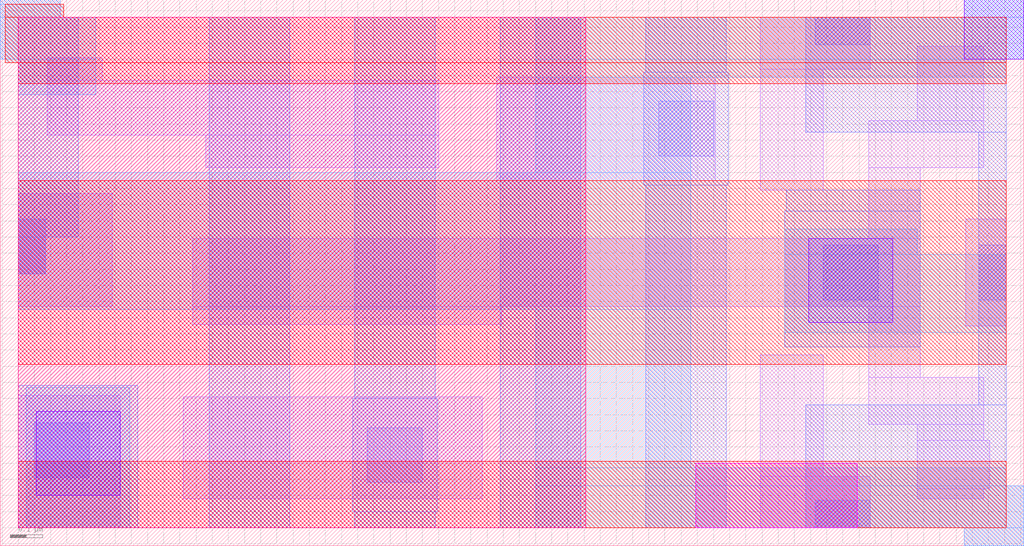
<source format=lef>
# Copyright 2020 The SkyWater PDK Authors
#
# Licensed under the Apache License, Version 2.0 (the "License");
# you may not use this file except in compliance with the License.
# You may obtain a copy of the License at
#
#     https://www.apache.org/licenses/LICENSE-2.0
#
# Unless required by applicable law or agreed to in writing, software
# distributed under the License is distributed on an "AS IS" BASIS,
# WITHOUT WARRANTIES OR CONDITIONS OF ANY KIND, either express or implied.
# See the License for the specific language governing permissions and
# limitations under the License.
#
# SPDX-License-Identifier: Apache-2.0

VERSION 5.7 ;
  NOWIREEXTENSIONATPIN ON ;
  DIVIDERCHAR "/" ;
  BUSBITCHARS "[]" ;
MACRO sky130_fd_bd_sram__sram_dp_swldrv_opt2ai
  CLASS BLOCK ;
  FOREIGN sky130_fd_bd_sram__sram_dp_swldrv_opt2ai ;
  ORIGIN  0.055000  0.055000 ;
  SIZE  3.165000 BY  1.690000 ;
  OBS
    LAYER li1 ;
      RECT 0.000000 0.000000 0.315000 0.410000 ;
      RECT 0.000000 0.685000 0.290000 1.035000 ;
      RECT 0.090000 1.215000 1.300000 1.385000 ;
      RECT 0.090000 1.385000 0.260000 1.455000 ;
      RECT 0.510000 0.090000 1.435000 0.405000 ;
      RECT 0.540000 0.630000 1.495000 0.685000 ;
      RECT 0.540000 0.685000 2.790000 0.895000 ;
      RECT 0.580000 1.115000 1.300000 1.215000 ;
      RECT 1.480000 1.075000 2.155000 1.395000 ;
      RECT 2.295000 0.000000 2.635000 0.160000 ;
      RECT 2.295000 0.160000 2.490000 0.535000 ;
      RECT 2.295000 1.045000 2.490000 1.420000 ;
      RECT 2.295000 1.420000 2.635000 1.580000 ;
      RECT 2.630000 0.320000 2.985000 0.465000 ;
      RECT 2.630000 0.465000 2.790000 0.685000 ;
      RECT 2.630000 0.895000 2.790000 1.115000 ;
      RECT 2.630000 1.115000 2.985000 1.260000 ;
      RECT 2.780000 0.090000 2.985000 0.120000 ;
      RECT 2.780000 0.120000 3.005000 0.270000 ;
      RECT 2.780000 0.270000 2.985000 0.320000 ;
      RECT 2.780000 1.260000 2.985000 1.490000 ;
      RECT 2.930000 0.625000 3.055000 0.955000 ;
    LAYER mcon ;
      RECT 0.000000 0.785000 0.085000 0.955000 ;
      RECT 0.050000 0.155000 0.220000 0.325000 ;
      RECT 1.080000 0.140000 1.250000 0.310000 ;
      RECT 1.980000 1.150000 2.150000 1.320000 ;
      RECT 2.465000 0.000000 2.635000 0.085000 ;
      RECT 2.465000 1.495000 2.635000 1.580000 ;
      RECT 2.490000 0.705000 2.660000 0.875000 ;
      RECT 2.970000 0.705000 3.055000 0.875000 ;
    LAYER met1 ;
      RECT -0.055000  1.450000 0.185000 1.580000 ;
      RECT -0.055000  1.580000 0.130000 1.635000 ;
      RECT  0.000000  0.000000 0.370000 0.440000 ;
      RECT  0.000000  0.785000 0.085000 0.900000 ;
      RECT  0.000000  0.900000 0.185000 1.450000 ;
      RECT  0.590000  0.000000 0.840000 1.580000 ;
      RECT  1.035000  0.050000 1.295000 0.400000 ;
      RECT  1.040000  0.000000 1.290000 0.050000 ;
      RECT  1.040000  0.400000 1.290000 1.580000 ;
      RECT  1.490000  0.000000 1.740000 1.580000 ;
      RECT  1.935000  1.060000 2.195000 1.410000 ;
      RECT  1.940000  0.000000 2.190000 1.060000 ;
      RECT  1.940000  1.410000 2.190000 1.580000 ;
      RECT  2.370000  0.560000 2.790000 0.980000 ;
      RECT  2.375000  0.980000 2.790000 1.045000 ;
      RECT  2.435000  0.000000 3.110000 0.130000 ;
      RECT  2.435000  0.130000 3.055000 0.380000 ;
      RECT  2.435000  1.225000 3.055000 1.450000 ;
      RECT  2.435000  1.450000 3.110000 1.580000 ;
      RECT  2.925000 -0.055000 3.110000 0.000000 ;
      RECT  2.925000  1.580000 3.110000 1.635000 ;
      RECT  2.970000  0.380000 3.055000 1.225000 ;
    LAYER met2 ;
      RECT -0.055000  1.450000 0.240000 1.580000 ;
      RECT -0.055000  1.580000 0.140000 1.620000 ;
      RECT -0.055000  1.620000 0.130000 1.635000 ;
      RECT -0.040000  1.440000 0.240000 1.450000 ;
      RECT  0.000000  0.675000 2.080000 1.100000 ;
      RECT  0.000000  1.340000 0.240000 1.440000 ;
      RECT  0.025000  0.000000 0.345000 0.435000 ;
      RECT  1.600000  0.000000 3.110000 0.130000 ;
      RECT  1.600000  0.130000 3.055000 0.185000 ;
      RECT  1.600000  0.185000 2.080000 0.675000 ;
      RECT  1.600000  1.100000 2.080000 1.395000 ;
      RECT  1.600000  1.395000 3.055000 1.450000 ;
      RECT  1.600000  1.450000 3.110000 1.580000 ;
      RECT  2.370000  0.605000 3.055000 0.845000 ;
      RECT  2.370000  0.845000 2.780000 0.925000 ;
      RECT  2.925000 -0.055000 3.110000 0.000000 ;
      RECT  2.925000  1.580000 3.110000 1.635000 ;
    LAYER met3 ;
      RECT -0.040000 1.440000 3.055000 1.580000 ;
      RECT -0.040000 1.580000 0.140000 1.620000 ;
      RECT  0.000000 0.000000 3.055000 0.205000 ;
      RECT  0.000000 0.505000 3.055000 1.075000 ;
      RECT  0.000000 1.375000 3.055000 1.440000 ;
    LAYER nwell ;
      RECT 0.000000 0.000000 1.755000 1.580000 ;
    LAYER pwell ;
      RECT 2.095000 0.000000 2.595000 0.200000 ;
    LAYER via ;
      RECT 0.055000 0.100000 0.315000 0.360000 ;
      RECT 2.445000 0.635000 2.705000 0.895000 ;
      RECT 2.925000 1.450000 3.110000 1.635000 ;
  END
END sky130_fd_bd_sram__sram_dp_swldrv_opt2ai
END LIBRARY

</source>
